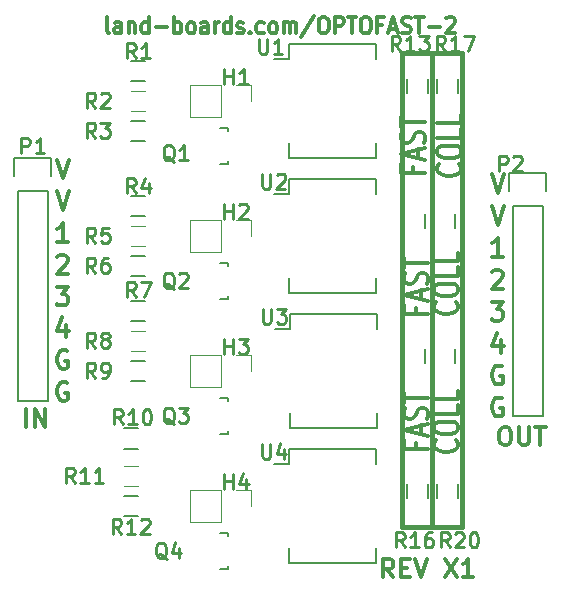
<source format=gbr>
G04 #@! TF.FileFunction,Legend,Top*
%FSLAX46Y46*%
G04 Gerber Fmt 4.6, Leading zero omitted, Abs format (unit mm)*
G04 Created by KiCad (PCBNEW 4.0.5) date 06/09/17 19:56:26*
%MOMM*%
%LPD*%
G01*
G04 APERTURE LIST*
%ADD10C,0.150000*%
%ADD11C,0.381000*%
%ADD12C,0.304800*%
%ADD13C,0.120000*%
%ADD14C,0.254000*%
G04 APERTURE END LIST*
D10*
D11*
X37592000Y-3556000D02*
X37592000Y-43688000D01*
X35052000Y-43688000D02*
X35052000Y-3556000D01*
X40132000Y-43688000D02*
X35052000Y-43688000D01*
X40132000Y-3556000D02*
X40132000Y-43688000D01*
X35052000Y-3556000D02*
X40132000Y-3556000D01*
D12*
X39841714Y-12990285D02*
X39938476Y-13062856D01*
X40035238Y-13280570D01*
X40035238Y-13425713D01*
X39938476Y-13643428D01*
X39744952Y-13788570D01*
X39551429Y-13861142D01*
X39164381Y-13933713D01*
X38874095Y-13933713D01*
X38487048Y-13861142D01*
X38293524Y-13788570D01*
X38100000Y-13643428D01*
X38003238Y-13425713D01*
X38003238Y-13280570D01*
X38100000Y-13062856D01*
X38196762Y-12990285D01*
X38003238Y-12046856D02*
X38003238Y-11756570D01*
X38100000Y-11611428D01*
X38293524Y-11466285D01*
X38680571Y-11393713D01*
X39357905Y-11393713D01*
X39744952Y-11466285D01*
X39938476Y-11611428D01*
X40035238Y-11756570D01*
X40035238Y-12046856D01*
X39938476Y-12191999D01*
X39744952Y-12337142D01*
X39357905Y-12409713D01*
X38680571Y-12409713D01*
X38293524Y-12337142D01*
X38100000Y-12191999D01*
X38003238Y-12046856D01*
X40035238Y-10014857D02*
X40035238Y-10740571D01*
X38003238Y-10740571D01*
X40035238Y-8781143D02*
X40035238Y-9506857D01*
X38003238Y-9506857D01*
X39587714Y-24674285D02*
X39684476Y-24746856D01*
X39781238Y-24964570D01*
X39781238Y-25109713D01*
X39684476Y-25327428D01*
X39490952Y-25472570D01*
X39297429Y-25545142D01*
X38910381Y-25617713D01*
X38620095Y-25617713D01*
X38233048Y-25545142D01*
X38039524Y-25472570D01*
X37846000Y-25327428D01*
X37749238Y-25109713D01*
X37749238Y-24964570D01*
X37846000Y-24746856D01*
X37942762Y-24674285D01*
X37749238Y-23730856D02*
X37749238Y-23440570D01*
X37846000Y-23295428D01*
X38039524Y-23150285D01*
X38426571Y-23077713D01*
X39103905Y-23077713D01*
X39490952Y-23150285D01*
X39684476Y-23295428D01*
X39781238Y-23440570D01*
X39781238Y-23730856D01*
X39684476Y-23875999D01*
X39490952Y-24021142D01*
X39103905Y-24093713D01*
X38426571Y-24093713D01*
X38039524Y-24021142D01*
X37846000Y-23875999D01*
X37749238Y-23730856D01*
X39781238Y-21698857D02*
X39781238Y-22424571D01*
X37749238Y-22424571D01*
X39781238Y-20465143D02*
X39781238Y-21190857D01*
X37749238Y-21190857D01*
X39587714Y-36358285D02*
X39684476Y-36430856D01*
X39781238Y-36648570D01*
X39781238Y-36793713D01*
X39684476Y-37011428D01*
X39490952Y-37156570D01*
X39297429Y-37229142D01*
X38910381Y-37301713D01*
X38620095Y-37301713D01*
X38233048Y-37229142D01*
X38039524Y-37156570D01*
X37846000Y-37011428D01*
X37749238Y-36793713D01*
X37749238Y-36648570D01*
X37846000Y-36430856D01*
X37942762Y-36358285D01*
X37749238Y-35414856D02*
X37749238Y-35124570D01*
X37846000Y-34979428D01*
X38039524Y-34834285D01*
X38426571Y-34761713D01*
X39103905Y-34761713D01*
X39490952Y-34834285D01*
X39684476Y-34979428D01*
X39781238Y-35124570D01*
X39781238Y-35414856D01*
X39684476Y-35559999D01*
X39490952Y-35705142D01*
X39103905Y-35777713D01*
X38426571Y-35777713D01*
X38039524Y-35705142D01*
X37846000Y-35559999D01*
X37749238Y-35414856D01*
X39781238Y-33382857D02*
X39781238Y-34108571D01*
X37749238Y-34108571D01*
X39781238Y-32149143D02*
X39781238Y-32874857D01*
X37749238Y-32874857D01*
X35922857Y-13171715D02*
X35922857Y-13679715D01*
X36987238Y-13679715D02*
X34955238Y-13679715D01*
X34955238Y-12954001D01*
X36406667Y-12446000D02*
X36406667Y-11720286D01*
X36987238Y-12591143D02*
X34955238Y-12083143D01*
X36987238Y-11575143D01*
X36890476Y-11139714D02*
X36987238Y-10922000D01*
X36987238Y-10559143D01*
X36890476Y-10414000D01*
X36793714Y-10341429D01*
X36600190Y-10268857D01*
X36406667Y-10268857D01*
X36213143Y-10341429D01*
X36116381Y-10414000D01*
X36019619Y-10559143D01*
X35922857Y-10849429D01*
X35826095Y-10994571D01*
X35729333Y-11067143D01*
X35535810Y-11139714D01*
X35342286Y-11139714D01*
X35148762Y-11067143D01*
X35052000Y-10994571D01*
X34955238Y-10849429D01*
X34955238Y-10486571D01*
X35052000Y-10268857D01*
X34955238Y-9833428D02*
X34955238Y-8962571D01*
X36987238Y-9398000D02*
X34955238Y-9398000D01*
X36176857Y-36539715D02*
X36176857Y-37047715D01*
X37241238Y-37047715D02*
X35209238Y-37047715D01*
X35209238Y-36322001D01*
X36660667Y-35814000D02*
X36660667Y-35088286D01*
X37241238Y-35959143D02*
X35209238Y-35451143D01*
X37241238Y-34943143D01*
X37144476Y-34507714D02*
X37241238Y-34290000D01*
X37241238Y-33927143D01*
X37144476Y-33782000D01*
X37047714Y-33709429D01*
X36854190Y-33636857D01*
X36660667Y-33636857D01*
X36467143Y-33709429D01*
X36370381Y-33782000D01*
X36273619Y-33927143D01*
X36176857Y-34217429D01*
X36080095Y-34362571D01*
X35983333Y-34435143D01*
X35789810Y-34507714D01*
X35596286Y-34507714D01*
X35402762Y-34435143D01*
X35306000Y-34362571D01*
X35209238Y-34217429D01*
X35209238Y-33854571D01*
X35306000Y-33636857D01*
X35209238Y-33201428D02*
X35209238Y-32330571D01*
X37241238Y-32766000D02*
X35209238Y-32766000D01*
X36176857Y-25109715D02*
X36176857Y-25617715D01*
X37241238Y-25617715D02*
X35209238Y-25617715D01*
X35209238Y-24892001D01*
X36660667Y-24384000D02*
X36660667Y-23658286D01*
X37241238Y-24529143D02*
X35209238Y-24021143D01*
X37241238Y-23513143D01*
X37144476Y-23077714D02*
X37241238Y-22860000D01*
X37241238Y-22497143D01*
X37144476Y-22352000D01*
X37047714Y-22279429D01*
X36854190Y-22206857D01*
X36660667Y-22206857D01*
X36467143Y-22279429D01*
X36370381Y-22352000D01*
X36273619Y-22497143D01*
X36176857Y-22787429D01*
X36080095Y-22932571D01*
X35983333Y-23005143D01*
X35789810Y-23077714D01*
X35596286Y-23077714D01*
X35402762Y-23005143D01*
X35306000Y-22932571D01*
X35209238Y-22787429D01*
X35209238Y-22424571D01*
X35306000Y-22206857D01*
X35209238Y-21771428D02*
X35209238Y-20900571D01*
X37241238Y-21336000D02*
X35209238Y-21336000D01*
X43628001Y-35243429D02*
X43918287Y-35243429D01*
X44063429Y-35316000D01*
X44208572Y-35461143D01*
X44281144Y-35751429D01*
X44281144Y-36259429D01*
X44208572Y-36549714D01*
X44063429Y-36694857D01*
X43918287Y-36767429D01*
X43628001Y-36767429D01*
X43482858Y-36694857D01*
X43337715Y-36549714D01*
X43265144Y-36259429D01*
X43265144Y-35751429D01*
X43337715Y-35461143D01*
X43482858Y-35316000D01*
X43628001Y-35243429D01*
X44934286Y-35243429D02*
X44934286Y-36477143D01*
X45006858Y-36622286D01*
X45079429Y-36694857D01*
X45224572Y-36767429D01*
X45514858Y-36767429D01*
X45660000Y-36694857D01*
X45732572Y-36622286D01*
X45805143Y-36477143D01*
X45805143Y-35243429D01*
X46313143Y-35243429D02*
X47184000Y-35243429D01*
X46748571Y-36767429D02*
X46748571Y-35243429D01*
X3205715Y-35243429D02*
X3205715Y-33719429D01*
X3931429Y-35243429D02*
X3931429Y-33719429D01*
X4802286Y-35243429D01*
X4802286Y-33719429D01*
X42612000Y-13795850D02*
X43120000Y-15396050D01*
X43628000Y-13795850D01*
X42612000Y-16500950D02*
X43120000Y-18101150D01*
X43628000Y-16500950D01*
X43555429Y-20806250D02*
X42684572Y-20806250D01*
X43120000Y-20806250D02*
X43120000Y-19206050D01*
X42974857Y-19434650D01*
X42829715Y-19587050D01*
X42684572Y-19663250D01*
X42684572Y-22063550D02*
X42757143Y-21987350D01*
X42902286Y-21911150D01*
X43265143Y-21911150D01*
X43410286Y-21987350D01*
X43482857Y-22063550D01*
X43555429Y-22215950D01*
X43555429Y-22368350D01*
X43482857Y-22596950D01*
X42612000Y-23511350D01*
X43555429Y-23511350D01*
X42612000Y-24616250D02*
X43555429Y-24616250D01*
X43047429Y-25225850D01*
X43265143Y-25225850D01*
X43410286Y-25302050D01*
X43482857Y-25378250D01*
X43555429Y-25530650D01*
X43555429Y-25911650D01*
X43482857Y-26064050D01*
X43410286Y-26140250D01*
X43265143Y-26216450D01*
X42829715Y-26216450D01*
X42684572Y-26140250D01*
X42612000Y-26064050D01*
X43410286Y-27854750D02*
X43410286Y-28921550D01*
X43047429Y-27245150D02*
X42684572Y-28388150D01*
X43628000Y-28388150D01*
X43519143Y-30102650D02*
X43374000Y-30026450D01*
X43156286Y-30026450D01*
X42938571Y-30102650D01*
X42793429Y-30255050D01*
X42720857Y-30407450D01*
X42648286Y-30712250D01*
X42648286Y-30940850D01*
X42720857Y-31245650D01*
X42793429Y-31398050D01*
X42938571Y-31550450D01*
X43156286Y-31626650D01*
X43301429Y-31626650D01*
X43519143Y-31550450D01*
X43591714Y-31474250D01*
X43591714Y-30940850D01*
X43301429Y-30940850D01*
X43519143Y-32807750D02*
X43374000Y-32731550D01*
X43156286Y-32731550D01*
X42938571Y-32807750D01*
X42793429Y-32960150D01*
X42720857Y-33112550D01*
X42648286Y-33417350D01*
X42648286Y-33645950D01*
X42720857Y-33950750D01*
X42793429Y-34103150D01*
X42938571Y-34255550D01*
X43156286Y-34331750D01*
X43301429Y-34331750D01*
X43519143Y-34255550D01*
X43591714Y-34179350D01*
X43591714Y-33645950D01*
X43301429Y-33645950D01*
X5782000Y-12599480D02*
X6290000Y-14186980D01*
X6798000Y-12599480D01*
X5782000Y-15285530D02*
X6290000Y-16873030D01*
X6798000Y-15285530D01*
X6725429Y-19559080D02*
X5854572Y-19559080D01*
X6290000Y-19559080D02*
X6290000Y-17971580D01*
X6144857Y-18198365D01*
X5999715Y-18349556D01*
X5854572Y-18425151D01*
X5854572Y-20808820D02*
X5927143Y-20733225D01*
X6072286Y-20657630D01*
X6435143Y-20657630D01*
X6580286Y-20733225D01*
X6652857Y-20808820D01*
X6725429Y-20960011D01*
X6725429Y-21111201D01*
X6652857Y-21337987D01*
X5782000Y-22245130D01*
X6725429Y-22245130D01*
X5782000Y-23343680D02*
X6725429Y-23343680D01*
X6217429Y-23948442D01*
X6435143Y-23948442D01*
X6580286Y-24024037D01*
X6652857Y-24099632D01*
X6725429Y-24250823D01*
X6725429Y-24628799D01*
X6652857Y-24779989D01*
X6580286Y-24855585D01*
X6435143Y-24931180D01*
X5999715Y-24931180D01*
X5854572Y-24855585D01*
X5782000Y-24779989D01*
X6580286Y-26558896D02*
X6580286Y-27617230D01*
X6217429Y-25954135D02*
X5854572Y-27088063D01*
X6798000Y-27088063D01*
X6689143Y-28791375D02*
X6544000Y-28715780D01*
X6326286Y-28715780D01*
X6108571Y-28791375D01*
X5963429Y-28942565D01*
X5890857Y-29093756D01*
X5818286Y-29396137D01*
X5818286Y-29622923D01*
X5890857Y-29925304D01*
X5963429Y-30076494D01*
X6108571Y-30227685D01*
X6326286Y-30303280D01*
X6471429Y-30303280D01*
X6689143Y-30227685D01*
X6761714Y-30152089D01*
X6761714Y-29622923D01*
X6471429Y-29622923D01*
X6689143Y-31477425D02*
X6544000Y-31401830D01*
X6326286Y-31401830D01*
X6108571Y-31477425D01*
X5963429Y-31628615D01*
X5890857Y-31779806D01*
X5818286Y-32082187D01*
X5818286Y-32308973D01*
X5890857Y-32611354D01*
X5963429Y-32762544D01*
X6108571Y-32913735D01*
X6326286Y-32989330D01*
X6471429Y-32989330D01*
X6689143Y-32913735D01*
X6761714Y-32838139D01*
X6761714Y-32308973D01*
X6471429Y-32308973D01*
X10250715Y-1901976D02*
X10129762Y-1835452D01*
X10069286Y-1702405D01*
X10069286Y-504976D01*
X11278810Y-1901976D02*
X11278810Y-1170214D01*
X11218333Y-1037167D01*
X11097381Y-970643D01*
X10855476Y-970643D01*
X10734524Y-1037167D01*
X11278810Y-1835452D02*
X11157857Y-1901976D01*
X10855476Y-1901976D01*
X10734524Y-1835452D01*
X10674048Y-1702405D01*
X10674048Y-1569357D01*
X10734524Y-1436310D01*
X10855476Y-1369786D01*
X11157857Y-1369786D01*
X11278810Y-1303262D01*
X11883572Y-970643D02*
X11883572Y-1901976D01*
X11883572Y-1103690D02*
X11944048Y-1037167D01*
X12065001Y-970643D01*
X12246429Y-970643D01*
X12367381Y-1037167D01*
X12427858Y-1170214D01*
X12427858Y-1901976D01*
X13576906Y-1901976D02*
X13576906Y-504976D01*
X13576906Y-1835452D02*
X13455953Y-1901976D01*
X13214049Y-1901976D01*
X13093096Y-1835452D01*
X13032620Y-1768929D01*
X12972144Y-1635881D01*
X12972144Y-1236738D01*
X13032620Y-1103690D01*
X13093096Y-1037167D01*
X13214049Y-970643D01*
X13455953Y-970643D01*
X13576906Y-1037167D01*
X14181668Y-1369786D02*
X15149287Y-1369786D01*
X15754049Y-1901976D02*
X15754049Y-504976D01*
X15754049Y-1037167D02*
X15875001Y-970643D01*
X16116906Y-970643D01*
X16237858Y-1037167D01*
X16298335Y-1103690D01*
X16358811Y-1236738D01*
X16358811Y-1635881D01*
X16298335Y-1768929D01*
X16237858Y-1835452D01*
X16116906Y-1901976D01*
X15875001Y-1901976D01*
X15754049Y-1835452D01*
X17084526Y-1901976D02*
X16963573Y-1835452D01*
X16903097Y-1768929D01*
X16842621Y-1635881D01*
X16842621Y-1236738D01*
X16903097Y-1103690D01*
X16963573Y-1037167D01*
X17084526Y-970643D01*
X17265954Y-970643D01*
X17386906Y-1037167D01*
X17447383Y-1103690D01*
X17507859Y-1236738D01*
X17507859Y-1635881D01*
X17447383Y-1768929D01*
X17386906Y-1835452D01*
X17265954Y-1901976D01*
X17084526Y-1901976D01*
X18596431Y-1901976D02*
X18596431Y-1170214D01*
X18535954Y-1037167D01*
X18415002Y-970643D01*
X18173097Y-970643D01*
X18052145Y-1037167D01*
X18596431Y-1835452D02*
X18475478Y-1901976D01*
X18173097Y-1901976D01*
X18052145Y-1835452D01*
X17991669Y-1702405D01*
X17991669Y-1569357D01*
X18052145Y-1436310D01*
X18173097Y-1369786D01*
X18475478Y-1369786D01*
X18596431Y-1303262D01*
X19201193Y-1901976D02*
X19201193Y-970643D01*
X19201193Y-1236738D02*
X19261669Y-1103690D01*
X19322145Y-1037167D01*
X19443098Y-970643D01*
X19564050Y-970643D01*
X20531669Y-1901976D02*
X20531669Y-504976D01*
X20531669Y-1835452D02*
X20410716Y-1901976D01*
X20168812Y-1901976D01*
X20047859Y-1835452D01*
X19987383Y-1768929D01*
X19926907Y-1635881D01*
X19926907Y-1236738D01*
X19987383Y-1103690D01*
X20047859Y-1037167D01*
X20168812Y-970643D01*
X20410716Y-970643D01*
X20531669Y-1037167D01*
X21075955Y-1835452D02*
X21196907Y-1901976D01*
X21438812Y-1901976D01*
X21559764Y-1835452D01*
X21620240Y-1702405D01*
X21620240Y-1635881D01*
X21559764Y-1502833D01*
X21438812Y-1436310D01*
X21257383Y-1436310D01*
X21136431Y-1369786D01*
X21075955Y-1236738D01*
X21075955Y-1170214D01*
X21136431Y-1037167D01*
X21257383Y-970643D01*
X21438812Y-970643D01*
X21559764Y-1037167D01*
X22164526Y-1768929D02*
X22225002Y-1835452D01*
X22164526Y-1901976D01*
X22104050Y-1835452D01*
X22164526Y-1768929D01*
X22164526Y-1901976D01*
X23313574Y-1835452D02*
X23192621Y-1901976D01*
X22950717Y-1901976D01*
X22829764Y-1835452D01*
X22769288Y-1768929D01*
X22708812Y-1635881D01*
X22708812Y-1236738D01*
X22769288Y-1103690D01*
X22829764Y-1037167D01*
X22950717Y-970643D01*
X23192621Y-970643D01*
X23313574Y-1037167D01*
X24039288Y-1901976D02*
X23918335Y-1835452D01*
X23857859Y-1768929D01*
X23797383Y-1635881D01*
X23797383Y-1236738D01*
X23857859Y-1103690D01*
X23918335Y-1037167D01*
X24039288Y-970643D01*
X24220716Y-970643D01*
X24341668Y-1037167D01*
X24402145Y-1103690D01*
X24462621Y-1236738D01*
X24462621Y-1635881D01*
X24402145Y-1768929D01*
X24341668Y-1835452D01*
X24220716Y-1901976D01*
X24039288Y-1901976D01*
X25006907Y-1901976D02*
X25006907Y-970643D01*
X25006907Y-1103690D02*
X25067383Y-1037167D01*
X25188336Y-970643D01*
X25369764Y-970643D01*
X25490716Y-1037167D01*
X25551193Y-1170214D01*
X25551193Y-1901976D01*
X25551193Y-1170214D02*
X25611669Y-1037167D01*
X25732621Y-970643D01*
X25914050Y-970643D01*
X26035002Y-1037167D01*
X26095478Y-1170214D01*
X26095478Y-1901976D01*
X27607383Y-438452D02*
X26518811Y-2234595D01*
X28272621Y-504976D02*
X28514525Y-504976D01*
X28635478Y-571500D01*
X28756430Y-704548D01*
X28816906Y-970643D01*
X28816906Y-1436310D01*
X28756430Y-1702405D01*
X28635478Y-1835452D01*
X28514525Y-1901976D01*
X28272621Y-1901976D01*
X28151668Y-1835452D01*
X28030716Y-1702405D01*
X27970240Y-1436310D01*
X27970240Y-970643D01*
X28030716Y-704548D01*
X28151668Y-571500D01*
X28272621Y-504976D01*
X29361192Y-1901976D02*
X29361192Y-504976D01*
X29845001Y-504976D01*
X29965954Y-571500D01*
X30026430Y-638024D01*
X30086906Y-771071D01*
X30086906Y-970643D01*
X30026430Y-1103690D01*
X29965954Y-1170214D01*
X29845001Y-1236738D01*
X29361192Y-1236738D01*
X30449763Y-504976D02*
X31175478Y-504976D01*
X30812621Y-1901976D02*
X30812621Y-504976D01*
X31840716Y-504976D02*
X32082620Y-504976D01*
X32203573Y-571500D01*
X32324525Y-704548D01*
X32385001Y-970643D01*
X32385001Y-1436310D01*
X32324525Y-1702405D01*
X32203573Y-1835452D01*
X32082620Y-1901976D01*
X31840716Y-1901976D01*
X31719763Y-1835452D01*
X31598811Y-1702405D01*
X31538335Y-1436310D01*
X31538335Y-970643D01*
X31598811Y-704548D01*
X31719763Y-571500D01*
X31840716Y-504976D01*
X33352620Y-1170214D02*
X32929287Y-1170214D01*
X32929287Y-1901976D02*
X32929287Y-504976D01*
X33534049Y-504976D01*
X33957382Y-1502833D02*
X34562144Y-1502833D01*
X33836429Y-1901976D02*
X34259763Y-504976D01*
X34683096Y-1901976D01*
X35045953Y-1835452D02*
X35227381Y-1901976D01*
X35529762Y-1901976D01*
X35650715Y-1835452D01*
X35711191Y-1768929D01*
X35771667Y-1635881D01*
X35771667Y-1502833D01*
X35711191Y-1369786D01*
X35650715Y-1303262D01*
X35529762Y-1236738D01*
X35287858Y-1170214D01*
X35166905Y-1103690D01*
X35106429Y-1037167D01*
X35045953Y-904119D01*
X35045953Y-771071D01*
X35106429Y-638024D01*
X35166905Y-571500D01*
X35287858Y-504976D01*
X35590238Y-504976D01*
X35771667Y-571500D01*
X36134524Y-504976D02*
X36860239Y-504976D01*
X36497382Y-1901976D02*
X36497382Y-504976D01*
X37283572Y-1369786D02*
X38251191Y-1369786D01*
X38795477Y-638024D02*
X38855953Y-571500D01*
X38976905Y-504976D01*
X39279286Y-504976D01*
X39400239Y-571500D01*
X39460715Y-638024D01*
X39521191Y-771071D01*
X39521191Y-904119D01*
X39460715Y-1103690D01*
X38735001Y-1901976D01*
X39521191Y-1901976D01*
X34308142Y-47933429D02*
X33800142Y-47207714D01*
X33437285Y-47933429D02*
X33437285Y-46409429D01*
X34017857Y-46409429D01*
X34162999Y-46482000D01*
X34235571Y-46554571D01*
X34308142Y-46699714D01*
X34308142Y-46917429D01*
X34235571Y-47062571D01*
X34162999Y-47135143D01*
X34017857Y-47207714D01*
X33437285Y-47207714D01*
X34961285Y-47135143D02*
X35469285Y-47135143D01*
X35686999Y-47933429D02*
X34961285Y-47933429D01*
X34961285Y-46409429D01*
X35686999Y-46409429D01*
X36122428Y-46409429D02*
X36630428Y-47933429D01*
X37138428Y-46409429D01*
X38662428Y-46409429D02*
X39678428Y-47933429D01*
X39678428Y-46409429D02*
X38662428Y-47933429D01*
X41057286Y-47933429D02*
X40186429Y-47933429D01*
X40621857Y-47933429D02*
X40621857Y-46409429D01*
X40476714Y-46627143D01*
X40331572Y-46772286D01*
X40186429Y-46844857D01*
D10*
X13300000Y-5955000D02*
X12100000Y-5955000D01*
X12100000Y-4205000D02*
X13300000Y-4205000D01*
X39737000Y-5750000D02*
X39737000Y-6950000D01*
X37987000Y-6950000D02*
X37987000Y-5750000D01*
X13300000Y-17385000D02*
X12100000Y-17385000D01*
X12100000Y-15635000D02*
X13300000Y-15635000D01*
X39483000Y-17180000D02*
X39483000Y-18380000D01*
X37733000Y-18380000D02*
X37733000Y-17180000D01*
X13300000Y-26275000D02*
X12100000Y-26275000D01*
X12100000Y-24525000D02*
X13300000Y-24525000D01*
X39483000Y-28610000D02*
X39483000Y-29810000D01*
X37733000Y-29810000D02*
X37733000Y-28610000D01*
X12665000Y-37070000D02*
X11465000Y-37070000D01*
X11465000Y-35320000D02*
X12665000Y-35320000D01*
X39737000Y-40040000D02*
X39737000Y-41240000D01*
X37987000Y-41240000D02*
X37987000Y-40040000D01*
X25475000Y-2795000D02*
X25475000Y-4065000D01*
X32825000Y-2795000D02*
X32825000Y-4065000D01*
X32825000Y-12465000D02*
X32825000Y-11195000D01*
X25475000Y-12465000D02*
X25475000Y-11195000D01*
X25475000Y-2795000D02*
X32825000Y-2795000D01*
X25475000Y-12465000D02*
X32825000Y-12465000D01*
X25475000Y-4065000D02*
X24190000Y-4065000D01*
X25475000Y-14225000D02*
X25475000Y-15495000D01*
X32825000Y-14225000D02*
X32825000Y-15495000D01*
X32825000Y-23895000D02*
X32825000Y-22625000D01*
X25475000Y-23895000D02*
X25475000Y-22625000D01*
X25475000Y-14225000D02*
X32825000Y-14225000D01*
X25475000Y-23895000D02*
X32825000Y-23895000D01*
X25475000Y-15495000D02*
X24190000Y-15495000D01*
X25535000Y-25645000D02*
X25535000Y-26915000D01*
X32885000Y-25645000D02*
X32885000Y-26915000D01*
X32885000Y-35315000D02*
X32885000Y-34045000D01*
X25535000Y-35315000D02*
X25535000Y-34045000D01*
X25535000Y-25645000D02*
X32885000Y-25645000D01*
X25535000Y-35315000D02*
X32885000Y-35315000D01*
X25535000Y-26915000D02*
X24250000Y-26915000D01*
X25475000Y-37085000D02*
X25475000Y-38355000D01*
X32825000Y-37085000D02*
X32825000Y-38355000D01*
X32825000Y-46755000D02*
X32825000Y-45485000D01*
X25475000Y-46755000D02*
X25475000Y-45485000D01*
X25475000Y-37085000D02*
X32825000Y-37085000D01*
X25475000Y-46755000D02*
X32825000Y-46755000D01*
X25475000Y-38355000D02*
X24190000Y-38355000D01*
X19634200Y-9930180D02*
X20335240Y-9930180D01*
X20335240Y-9930180D02*
X20335240Y-10179100D01*
X20335240Y-12729160D02*
X20335240Y-12929820D01*
X20335240Y-12929820D02*
X19634200Y-12929820D01*
X19634200Y-21360180D02*
X20335240Y-21360180D01*
X20335240Y-21360180D02*
X20335240Y-21609100D01*
X20335240Y-24159160D02*
X20335240Y-24359820D01*
X20335240Y-24359820D02*
X19634200Y-24359820D01*
X19634200Y-32790180D02*
X20335240Y-32790180D01*
X20335240Y-32790180D02*
X20335240Y-33039100D01*
X20335240Y-35589160D02*
X20335240Y-35789820D01*
X20335240Y-35789820D02*
X19634200Y-35789820D01*
X19634200Y-44220180D02*
X20335240Y-44220180D01*
X20335240Y-44220180D02*
X20335240Y-44469100D01*
X20335240Y-47019160D02*
X20335240Y-47219820D01*
X20335240Y-47219820D02*
X19634200Y-47219820D01*
X5020000Y-15250000D02*
X5020000Y-33030000D01*
X5020000Y-33030000D02*
X2480000Y-33030000D01*
X2480000Y-33030000D02*
X2480000Y-15250000D01*
X5300000Y-12430000D02*
X5300000Y-13980000D01*
X5020000Y-15250000D02*
X2480000Y-15250000D01*
X2200000Y-13980000D02*
X2200000Y-12430000D01*
X2200000Y-12430000D02*
X5300000Y-12430000D01*
X46930000Y-16520000D02*
X46930000Y-34300000D01*
X46930000Y-34300000D02*
X44390000Y-34300000D01*
X44390000Y-34300000D02*
X44390000Y-16520000D01*
X47210000Y-13700000D02*
X47210000Y-15250000D01*
X46930000Y-16520000D02*
X44390000Y-16520000D01*
X44110000Y-15250000D02*
X44110000Y-13700000D01*
X44110000Y-13700000D02*
X47210000Y-13700000D01*
X35447000Y-6950000D02*
X35447000Y-5750000D01*
X37197000Y-5750000D02*
X37197000Y-6950000D01*
X35193000Y-18380000D02*
X35193000Y-17180000D01*
X36943000Y-17180000D02*
X36943000Y-18380000D01*
X35193000Y-29810000D02*
X35193000Y-28610000D01*
X36943000Y-28610000D02*
X36943000Y-29810000D01*
X35447000Y-41240000D02*
X35447000Y-40040000D01*
X37197000Y-40040000D02*
X37197000Y-41240000D01*
X13300000Y-11035000D02*
X12100000Y-11035000D01*
X12100000Y-9285000D02*
X13300000Y-9285000D01*
X13300000Y-22465000D02*
X12100000Y-22465000D01*
X12100000Y-20715000D02*
X13300000Y-20715000D01*
X13300000Y-31355000D02*
X12100000Y-31355000D01*
X12100000Y-29605000D02*
X13300000Y-29605000D01*
X12665000Y-42785000D02*
X11465000Y-42785000D01*
X11465000Y-41035000D02*
X12665000Y-41035000D01*
D13*
X19685000Y-6290000D02*
X17085000Y-6290000D01*
X17085000Y-6290000D02*
X17085000Y-8950000D01*
X17085000Y-8950000D02*
X19685000Y-8950000D01*
X19685000Y-8950000D02*
X19685000Y-6290000D01*
X20955000Y-6290000D02*
X22285000Y-6290000D01*
X22285000Y-6290000D02*
X22285000Y-7620000D01*
X19685000Y-17720000D02*
X17085000Y-17720000D01*
X17085000Y-17720000D02*
X17085000Y-20380000D01*
X17085000Y-20380000D02*
X19685000Y-20380000D01*
X19685000Y-20380000D02*
X19685000Y-17720000D01*
X20955000Y-17720000D02*
X22285000Y-17720000D01*
X22285000Y-17720000D02*
X22285000Y-19050000D01*
X19685000Y-29150000D02*
X17085000Y-29150000D01*
X17085000Y-29150000D02*
X17085000Y-31810000D01*
X17085000Y-31810000D02*
X19685000Y-31810000D01*
X19685000Y-31810000D02*
X19685000Y-29150000D01*
X20955000Y-29150000D02*
X22285000Y-29150000D01*
X22285000Y-29150000D02*
X22285000Y-30480000D01*
X19685000Y-40580000D02*
X17085000Y-40580000D01*
X17085000Y-40580000D02*
X17085000Y-43240000D01*
X17085000Y-43240000D02*
X19685000Y-43240000D01*
X19685000Y-43240000D02*
X19685000Y-40580000D01*
X20955000Y-40580000D02*
X22285000Y-40580000D01*
X22285000Y-40580000D02*
X22285000Y-41910000D01*
X13300000Y-8500000D02*
X12100000Y-8500000D01*
X12100000Y-6740000D02*
X13300000Y-6740000D01*
X13300000Y-19930000D02*
X12100000Y-19930000D01*
X12100000Y-18170000D02*
X13300000Y-18170000D01*
X13300000Y-28820000D02*
X12100000Y-28820000D01*
X12100000Y-27060000D02*
X13300000Y-27060000D01*
X12665000Y-40250000D02*
X11465000Y-40250000D01*
X11465000Y-38490000D02*
X12665000Y-38490000D01*
D14*
X12488333Y-4003524D02*
X12065000Y-3398762D01*
X11762619Y-4003524D02*
X11762619Y-2733524D01*
X12246428Y-2733524D01*
X12367381Y-2794000D01*
X12427857Y-2854476D01*
X12488333Y-2975429D01*
X12488333Y-3156857D01*
X12427857Y-3277810D01*
X12367381Y-3338286D01*
X12246428Y-3398762D01*
X11762619Y-3398762D01*
X13697857Y-4003524D02*
X12972143Y-4003524D01*
X13335000Y-4003524D02*
X13335000Y-2733524D01*
X13214048Y-2914952D01*
X13093095Y-3035905D01*
X12972143Y-3096381D01*
X38680571Y-3368524D02*
X38257238Y-2763762D01*
X37954857Y-3368524D02*
X37954857Y-2098524D01*
X38438666Y-2098524D01*
X38559619Y-2159000D01*
X38620095Y-2219476D01*
X38680571Y-2340429D01*
X38680571Y-2521857D01*
X38620095Y-2642810D01*
X38559619Y-2703286D01*
X38438666Y-2763762D01*
X37954857Y-2763762D01*
X39890095Y-3368524D02*
X39164381Y-3368524D01*
X39527238Y-3368524D02*
X39527238Y-2098524D01*
X39406286Y-2279952D01*
X39285333Y-2400905D01*
X39164381Y-2461381D01*
X40313429Y-2098524D02*
X41160095Y-2098524D01*
X40615810Y-3368524D01*
X12488333Y-15433524D02*
X12065000Y-14828762D01*
X11762619Y-15433524D02*
X11762619Y-14163524D01*
X12246428Y-14163524D01*
X12367381Y-14224000D01*
X12427857Y-14284476D01*
X12488333Y-14405429D01*
X12488333Y-14586857D01*
X12427857Y-14707810D01*
X12367381Y-14768286D01*
X12246428Y-14828762D01*
X11762619Y-14828762D01*
X13576905Y-14586857D02*
X13576905Y-15433524D01*
X13274524Y-14103048D02*
X12972143Y-15010190D01*
X13758333Y-15010190D01*
X12488333Y-24196524D02*
X12065000Y-23591762D01*
X11762619Y-24196524D02*
X11762619Y-22926524D01*
X12246428Y-22926524D01*
X12367381Y-22987000D01*
X12427857Y-23047476D01*
X12488333Y-23168429D01*
X12488333Y-23349857D01*
X12427857Y-23470810D01*
X12367381Y-23531286D01*
X12246428Y-23591762D01*
X11762619Y-23591762D01*
X12911667Y-22926524D02*
X13758333Y-22926524D01*
X13214048Y-24196524D01*
X11375571Y-34991524D02*
X10952238Y-34386762D01*
X10649857Y-34991524D02*
X10649857Y-33721524D01*
X11133666Y-33721524D01*
X11254619Y-33782000D01*
X11315095Y-33842476D01*
X11375571Y-33963429D01*
X11375571Y-34144857D01*
X11315095Y-34265810D01*
X11254619Y-34326286D01*
X11133666Y-34386762D01*
X10649857Y-34386762D01*
X12585095Y-34991524D02*
X11859381Y-34991524D01*
X12222238Y-34991524D02*
X12222238Y-33721524D01*
X12101286Y-33902952D01*
X11980333Y-34023905D01*
X11859381Y-34084381D01*
X13371286Y-33721524D02*
X13492238Y-33721524D01*
X13613190Y-33782000D01*
X13673667Y-33842476D01*
X13734143Y-33963429D01*
X13794619Y-34205333D01*
X13794619Y-34507714D01*
X13734143Y-34749619D01*
X13673667Y-34870571D01*
X13613190Y-34931048D01*
X13492238Y-34991524D01*
X13371286Y-34991524D01*
X13250333Y-34931048D01*
X13189857Y-34870571D01*
X13129381Y-34749619D01*
X13068905Y-34507714D01*
X13068905Y-34205333D01*
X13129381Y-33963429D01*
X13189857Y-33842476D01*
X13250333Y-33782000D01*
X13371286Y-33721524D01*
X39061571Y-45405524D02*
X38638238Y-44800762D01*
X38335857Y-45405524D02*
X38335857Y-44135524D01*
X38819666Y-44135524D01*
X38940619Y-44196000D01*
X39001095Y-44256476D01*
X39061571Y-44377429D01*
X39061571Y-44558857D01*
X39001095Y-44679810D01*
X38940619Y-44740286D01*
X38819666Y-44800762D01*
X38335857Y-44800762D01*
X39545381Y-44256476D02*
X39605857Y-44196000D01*
X39726809Y-44135524D01*
X40029190Y-44135524D01*
X40150143Y-44196000D01*
X40210619Y-44256476D01*
X40271095Y-44377429D01*
X40271095Y-44498381D01*
X40210619Y-44679810D01*
X39484905Y-45405524D01*
X40271095Y-45405524D01*
X41057286Y-44135524D02*
X41178238Y-44135524D01*
X41299190Y-44196000D01*
X41359667Y-44256476D01*
X41420143Y-44377429D01*
X41480619Y-44619333D01*
X41480619Y-44921714D01*
X41420143Y-45163619D01*
X41359667Y-45284571D01*
X41299190Y-45345048D01*
X41178238Y-45405524D01*
X41057286Y-45405524D01*
X40936333Y-45345048D01*
X40875857Y-45284571D01*
X40815381Y-45163619D01*
X40754905Y-44921714D01*
X40754905Y-44619333D01*
X40815381Y-44377429D01*
X40875857Y-44256476D01*
X40936333Y-44196000D01*
X41057286Y-44135524D01*
X22908381Y-2352524D02*
X22908381Y-3380619D01*
X22968857Y-3501571D01*
X23029333Y-3562048D01*
X23150286Y-3622524D01*
X23392190Y-3622524D01*
X23513143Y-3562048D01*
X23573619Y-3501571D01*
X23634095Y-3380619D01*
X23634095Y-2352524D01*
X24904095Y-3622524D02*
X24178381Y-3622524D01*
X24541238Y-3622524D02*
X24541238Y-2352524D01*
X24420286Y-2533952D01*
X24299333Y-2654905D01*
X24178381Y-2715381D01*
X23162381Y-13782524D02*
X23162381Y-14810619D01*
X23222857Y-14931571D01*
X23283333Y-14992048D01*
X23404286Y-15052524D01*
X23646190Y-15052524D01*
X23767143Y-14992048D01*
X23827619Y-14931571D01*
X23888095Y-14810619D01*
X23888095Y-13782524D01*
X24432381Y-13903476D02*
X24492857Y-13843000D01*
X24613809Y-13782524D01*
X24916190Y-13782524D01*
X25037143Y-13843000D01*
X25097619Y-13903476D01*
X25158095Y-14024429D01*
X25158095Y-14145381D01*
X25097619Y-14326810D01*
X24371905Y-15052524D01*
X25158095Y-15052524D01*
X23222381Y-25202524D02*
X23222381Y-26230619D01*
X23282857Y-26351571D01*
X23343333Y-26412048D01*
X23464286Y-26472524D01*
X23706190Y-26472524D01*
X23827143Y-26412048D01*
X23887619Y-26351571D01*
X23948095Y-26230619D01*
X23948095Y-25202524D01*
X24431905Y-25202524D02*
X25218095Y-25202524D01*
X24794762Y-25686333D01*
X24976190Y-25686333D01*
X25097143Y-25746810D01*
X25157619Y-25807286D01*
X25218095Y-25928238D01*
X25218095Y-26230619D01*
X25157619Y-26351571D01*
X25097143Y-26412048D01*
X24976190Y-26472524D01*
X24613333Y-26472524D01*
X24492381Y-26412048D01*
X24431905Y-26351571D01*
X23162381Y-36642524D02*
X23162381Y-37670619D01*
X23222857Y-37791571D01*
X23283333Y-37852048D01*
X23404286Y-37912524D01*
X23646190Y-37912524D01*
X23767143Y-37852048D01*
X23827619Y-37791571D01*
X23888095Y-37670619D01*
X23888095Y-36642524D01*
X25037143Y-37065857D02*
X25037143Y-37912524D01*
X24734762Y-36582048D02*
X24432381Y-37489190D01*
X25218571Y-37489190D01*
X15754048Y-12760476D02*
X15633095Y-12700000D01*
X15512143Y-12579048D01*
X15330714Y-12397619D01*
X15209762Y-12337143D01*
X15088810Y-12337143D01*
X15149286Y-12639524D02*
X15028333Y-12579048D01*
X14907381Y-12458095D01*
X14846905Y-12216190D01*
X14846905Y-11792857D01*
X14907381Y-11550952D01*
X15028333Y-11430000D01*
X15149286Y-11369524D01*
X15391190Y-11369524D01*
X15512143Y-11430000D01*
X15633095Y-11550952D01*
X15693571Y-11792857D01*
X15693571Y-12216190D01*
X15633095Y-12458095D01*
X15512143Y-12579048D01*
X15391190Y-12639524D01*
X15149286Y-12639524D01*
X16903095Y-12639524D02*
X16177381Y-12639524D01*
X16540238Y-12639524D02*
X16540238Y-11369524D01*
X16419286Y-11550952D01*
X16298333Y-11671905D01*
X16177381Y-11732381D01*
X15754048Y-23555476D02*
X15633095Y-23495000D01*
X15512143Y-23374048D01*
X15330714Y-23192619D01*
X15209762Y-23132143D01*
X15088810Y-23132143D01*
X15149286Y-23434524D02*
X15028333Y-23374048D01*
X14907381Y-23253095D01*
X14846905Y-23011190D01*
X14846905Y-22587857D01*
X14907381Y-22345952D01*
X15028333Y-22225000D01*
X15149286Y-22164524D01*
X15391190Y-22164524D01*
X15512143Y-22225000D01*
X15633095Y-22345952D01*
X15693571Y-22587857D01*
X15693571Y-23011190D01*
X15633095Y-23253095D01*
X15512143Y-23374048D01*
X15391190Y-23434524D01*
X15149286Y-23434524D01*
X16177381Y-22285476D02*
X16237857Y-22225000D01*
X16358809Y-22164524D01*
X16661190Y-22164524D01*
X16782143Y-22225000D01*
X16842619Y-22285476D01*
X16903095Y-22406429D01*
X16903095Y-22527381D01*
X16842619Y-22708810D01*
X16116905Y-23434524D01*
X16903095Y-23434524D01*
X15754048Y-34985476D02*
X15633095Y-34925000D01*
X15512143Y-34804048D01*
X15330714Y-34622619D01*
X15209762Y-34562143D01*
X15088810Y-34562143D01*
X15149286Y-34864524D02*
X15028333Y-34804048D01*
X14907381Y-34683095D01*
X14846905Y-34441190D01*
X14846905Y-34017857D01*
X14907381Y-33775952D01*
X15028333Y-33655000D01*
X15149286Y-33594524D01*
X15391190Y-33594524D01*
X15512143Y-33655000D01*
X15633095Y-33775952D01*
X15693571Y-34017857D01*
X15693571Y-34441190D01*
X15633095Y-34683095D01*
X15512143Y-34804048D01*
X15391190Y-34864524D01*
X15149286Y-34864524D01*
X16116905Y-33594524D02*
X16903095Y-33594524D01*
X16479762Y-34078333D01*
X16661190Y-34078333D01*
X16782143Y-34138810D01*
X16842619Y-34199286D01*
X16903095Y-34320238D01*
X16903095Y-34622619D01*
X16842619Y-34743571D01*
X16782143Y-34804048D01*
X16661190Y-34864524D01*
X16298333Y-34864524D01*
X16177381Y-34804048D01*
X16116905Y-34743571D01*
X15119048Y-46415476D02*
X14998095Y-46355000D01*
X14877143Y-46234048D01*
X14695714Y-46052619D01*
X14574762Y-45992143D01*
X14453810Y-45992143D01*
X14514286Y-46294524D02*
X14393333Y-46234048D01*
X14272381Y-46113095D01*
X14211905Y-45871190D01*
X14211905Y-45447857D01*
X14272381Y-45205952D01*
X14393333Y-45085000D01*
X14514286Y-45024524D01*
X14756190Y-45024524D01*
X14877143Y-45085000D01*
X14998095Y-45205952D01*
X15058571Y-45447857D01*
X15058571Y-45871190D01*
X14998095Y-46113095D01*
X14877143Y-46234048D01*
X14756190Y-46294524D01*
X14514286Y-46294524D01*
X16147143Y-45447857D02*
X16147143Y-46294524D01*
X15844762Y-44964048D02*
X15542381Y-45871190D01*
X16328571Y-45871190D01*
X2812619Y-12014524D02*
X2812619Y-10744524D01*
X3296428Y-10744524D01*
X3417381Y-10805000D01*
X3477857Y-10865476D01*
X3538333Y-10986429D01*
X3538333Y-11167857D01*
X3477857Y-11288810D01*
X3417381Y-11349286D01*
X3296428Y-11409762D01*
X2812619Y-11409762D01*
X4747857Y-12014524D02*
X4022143Y-12014524D01*
X4385000Y-12014524D02*
X4385000Y-10744524D01*
X4264048Y-10925952D01*
X4143095Y-11046905D01*
X4022143Y-11107381D01*
X43258619Y-13528524D02*
X43258619Y-12258524D01*
X43742428Y-12258524D01*
X43863381Y-12319000D01*
X43923857Y-12379476D01*
X43984333Y-12500429D01*
X43984333Y-12681857D01*
X43923857Y-12802810D01*
X43863381Y-12863286D01*
X43742428Y-12923762D01*
X43258619Y-12923762D01*
X44468143Y-12379476D02*
X44528619Y-12319000D01*
X44649571Y-12258524D01*
X44951952Y-12258524D01*
X45072905Y-12319000D01*
X45133381Y-12379476D01*
X45193857Y-12500429D01*
X45193857Y-12621381D01*
X45133381Y-12802810D01*
X44407667Y-13528524D01*
X45193857Y-13528524D01*
X34870571Y-3368524D02*
X34447238Y-2763762D01*
X34144857Y-3368524D02*
X34144857Y-2098524D01*
X34628666Y-2098524D01*
X34749619Y-2159000D01*
X34810095Y-2219476D01*
X34870571Y-2340429D01*
X34870571Y-2521857D01*
X34810095Y-2642810D01*
X34749619Y-2703286D01*
X34628666Y-2763762D01*
X34144857Y-2763762D01*
X36080095Y-3368524D02*
X35354381Y-3368524D01*
X35717238Y-3368524D02*
X35717238Y-2098524D01*
X35596286Y-2279952D01*
X35475333Y-2400905D01*
X35354381Y-2461381D01*
X36503429Y-2098524D02*
X37289619Y-2098524D01*
X36866286Y-2582333D01*
X37047714Y-2582333D01*
X37168667Y-2642810D01*
X37229143Y-2703286D01*
X37289619Y-2824238D01*
X37289619Y-3126619D01*
X37229143Y-3247571D01*
X37168667Y-3308048D01*
X37047714Y-3368524D01*
X36684857Y-3368524D01*
X36563905Y-3308048D01*
X36503429Y-3247571D01*
X35251571Y-45405524D02*
X34828238Y-44800762D01*
X34525857Y-45405524D02*
X34525857Y-44135524D01*
X35009666Y-44135524D01*
X35130619Y-44196000D01*
X35191095Y-44256476D01*
X35251571Y-44377429D01*
X35251571Y-44558857D01*
X35191095Y-44679810D01*
X35130619Y-44740286D01*
X35009666Y-44800762D01*
X34525857Y-44800762D01*
X36461095Y-45405524D02*
X35735381Y-45405524D01*
X36098238Y-45405524D02*
X36098238Y-44135524D01*
X35977286Y-44316952D01*
X35856333Y-44437905D01*
X35735381Y-44498381D01*
X37549667Y-44135524D02*
X37307762Y-44135524D01*
X37186810Y-44196000D01*
X37126333Y-44256476D01*
X37005381Y-44437905D01*
X36944905Y-44679810D01*
X36944905Y-45163619D01*
X37005381Y-45284571D01*
X37065857Y-45345048D01*
X37186810Y-45405524D01*
X37428714Y-45405524D01*
X37549667Y-45345048D01*
X37610143Y-45284571D01*
X37670619Y-45163619D01*
X37670619Y-44861238D01*
X37610143Y-44740286D01*
X37549667Y-44679810D01*
X37428714Y-44619333D01*
X37186810Y-44619333D01*
X37065857Y-44679810D01*
X37005381Y-44740286D01*
X36944905Y-44861238D01*
X9059333Y-10734524D02*
X8636000Y-10129762D01*
X8333619Y-10734524D02*
X8333619Y-9464524D01*
X8817428Y-9464524D01*
X8938381Y-9525000D01*
X8998857Y-9585476D01*
X9059333Y-9706429D01*
X9059333Y-9887857D01*
X8998857Y-10008810D01*
X8938381Y-10069286D01*
X8817428Y-10129762D01*
X8333619Y-10129762D01*
X9482667Y-9464524D02*
X10268857Y-9464524D01*
X9845524Y-9948333D01*
X10026952Y-9948333D01*
X10147905Y-10008810D01*
X10208381Y-10069286D01*
X10268857Y-10190238D01*
X10268857Y-10492619D01*
X10208381Y-10613571D01*
X10147905Y-10674048D01*
X10026952Y-10734524D01*
X9664095Y-10734524D01*
X9543143Y-10674048D01*
X9482667Y-10613571D01*
X9059333Y-22164524D02*
X8636000Y-21559762D01*
X8333619Y-22164524D02*
X8333619Y-20894524D01*
X8817428Y-20894524D01*
X8938381Y-20955000D01*
X8998857Y-21015476D01*
X9059333Y-21136429D01*
X9059333Y-21317857D01*
X8998857Y-21438810D01*
X8938381Y-21499286D01*
X8817428Y-21559762D01*
X8333619Y-21559762D01*
X10147905Y-20894524D02*
X9906000Y-20894524D01*
X9785048Y-20955000D01*
X9724571Y-21015476D01*
X9603619Y-21196905D01*
X9543143Y-21438810D01*
X9543143Y-21922619D01*
X9603619Y-22043571D01*
X9664095Y-22104048D01*
X9785048Y-22164524D01*
X10026952Y-22164524D01*
X10147905Y-22104048D01*
X10208381Y-22043571D01*
X10268857Y-21922619D01*
X10268857Y-21620238D01*
X10208381Y-21499286D01*
X10147905Y-21438810D01*
X10026952Y-21378333D01*
X9785048Y-21378333D01*
X9664095Y-21438810D01*
X9603619Y-21499286D01*
X9543143Y-21620238D01*
X9059333Y-31054524D02*
X8636000Y-30449762D01*
X8333619Y-31054524D02*
X8333619Y-29784524D01*
X8817428Y-29784524D01*
X8938381Y-29845000D01*
X8998857Y-29905476D01*
X9059333Y-30026429D01*
X9059333Y-30207857D01*
X8998857Y-30328810D01*
X8938381Y-30389286D01*
X8817428Y-30449762D01*
X8333619Y-30449762D01*
X9664095Y-31054524D02*
X9906000Y-31054524D01*
X10026952Y-30994048D01*
X10087428Y-30933571D01*
X10208381Y-30752143D01*
X10268857Y-30510238D01*
X10268857Y-30026429D01*
X10208381Y-29905476D01*
X10147905Y-29845000D01*
X10026952Y-29784524D01*
X9785048Y-29784524D01*
X9664095Y-29845000D01*
X9603619Y-29905476D01*
X9543143Y-30026429D01*
X9543143Y-30328810D01*
X9603619Y-30449762D01*
X9664095Y-30510238D01*
X9785048Y-30570714D01*
X10026952Y-30570714D01*
X10147905Y-30510238D01*
X10208381Y-30449762D01*
X10268857Y-30328810D01*
X11248571Y-44262524D02*
X10825238Y-43657762D01*
X10522857Y-44262524D02*
X10522857Y-42992524D01*
X11006666Y-42992524D01*
X11127619Y-43053000D01*
X11188095Y-43113476D01*
X11248571Y-43234429D01*
X11248571Y-43415857D01*
X11188095Y-43536810D01*
X11127619Y-43597286D01*
X11006666Y-43657762D01*
X10522857Y-43657762D01*
X12458095Y-44262524D02*
X11732381Y-44262524D01*
X12095238Y-44262524D02*
X12095238Y-42992524D01*
X11974286Y-43173952D01*
X11853333Y-43294905D01*
X11732381Y-43355381D01*
X12941905Y-43113476D02*
X13002381Y-43053000D01*
X13123333Y-42992524D01*
X13425714Y-42992524D01*
X13546667Y-43053000D01*
X13607143Y-43113476D01*
X13667619Y-43234429D01*
X13667619Y-43355381D01*
X13607143Y-43536810D01*
X12881429Y-44262524D01*
X13667619Y-44262524D01*
X19987381Y-6162524D02*
X19987381Y-4892524D01*
X19987381Y-5497286D02*
X20713095Y-5497286D01*
X20713095Y-6162524D02*
X20713095Y-4892524D01*
X21983095Y-6162524D02*
X21257381Y-6162524D01*
X21620238Y-6162524D02*
X21620238Y-4892524D01*
X21499286Y-5073952D01*
X21378333Y-5194905D01*
X21257381Y-5255381D01*
X19987381Y-17592524D02*
X19987381Y-16322524D01*
X19987381Y-16927286D02*
X20713095Y-16927286D01*
X20713095Y-17592524D02*
X20713095Y-16322524D01*
X21257381Y-16443476D02*
X21317857Y-16383000D01*
X21438809Y-16322524D01*
X21741190Y-16322524D01*
X21862143Y-16383000D01*
X21922619Y-16443476D01*
X21983095Y-16564429D01*
X21983095Y-16685381D01*
X21922619Y-16866810D01*
X21196905Y-17592524D01*
X21983095Y-17592524D01*
X19987381Y-29022524D02*
X19987381Y-27752524D01*
X19987381Y-28357286D02*
X20713095Y-28357286D01*
X20713095Y-29022524D02*
X20713095Y-27752524D01*
X21196905Y-27752524D02*
X21983095Y-27752524D01*
X21559762Y-28236333D01*
X21741190Y-28236333D01*
X21862143Y-28296810D01*
X21922619Y-28357286D01*
X21983095Y-28478238D01*
X21983095Y-28780619D01*
X21922619Y-28901571D01*
X21862143Y-28962048D01*
X21741190Y-29022524D01*
X21378333Y-29022524D01*
X21257381Y-28962048D01*
X21196905Y-28901571D01*
X19987381Y-40452524D02*
X19987381Y-39182524D01*
X19987381Y-39787286D02*
X20713095Y-39787286D01*
X20713095Y-40452524D02*
X20713095Y-39182524D01*
X21862143Y-39605857D02*
X21862143Y-40452524D01*
X21559762Y-39122048D02*
X21257381Y-40029190D01*
X22043571Y-40029190D01*
X9059333Y-8194524D02*
X8636000Y-7589762D01*
X8333619Y-8194524D02*
X8333619Y-6924524D01*
X8817428Y-6924524D01*
X8938381Y-6985000D01*
X8998857Y-7045476D01*
X9059333Y-7166429D01*
X9059333Y-7347857D01*
X8998857Y-7468810D01*
X8938381Y-7529286D01*
X8817428Y-7589762D01*
X8333619Y-7589762D01*
X9543143Y-7045476D02*
X9603619Y-6985000D01*
X9724571Y-6924524D01*
X10026952Y-6924524D01*
X10147905Y-6985000D01*
X10208381Y-7045476D01*
X10268857Y-7166429D01*
X10268857Y-7287381D01*
X10208381Y-7468810D01*
X9482667Y-8194524D01*
X10268857Y-8194524D01*
X9059333Y-19624524D02*
X8636000Y-19019762D01*
X8333619Y-19624524D02*
X8333619Y-18354524D01*
X8817428Y-18354524D01*
X8938381Y-18415000D01*
X8998857Y-18475476D01*
X9059333Y-18596429D01*
X9059333Y-18777857D01*
X8998857Y-18898810D01*
X8938381Y-18959286D01*
X8817428Y-19019762D01*
X8333619Y-19019762D01*
X10208381Y-18354524D02*
X9603619Y-18354524D01*
X9543143Y-18959286D01*
X9603619Y-18898810D01*
X9724571Y-18838333D01*
X10026952Y-18838333D01*
X10147905Y-18898810D01*
X10208381Y-18959286D01*
X10268857Y-19080238D01*
X10268857Y-19382619D01*
X10208381Y-19503571D01*
X10147905Y-19564048D01*
X10026952Y-19624524D01*
X9724571Y-19624524D01*
X9603619Y-19564048D01*
X9543143Y-19503571D01*
X9059333Y-28514524D02*
X8636000Y-27909762D01*
X8333619Y-28514524D02*
X8333619Y-27244524D01*
X8817428Y-27244524D01*
X8938381Y-27305000D01*
X8998857Y-27365476D01*
X9059333Y-27486429D01*
X9059333Y-27667857D01*
X8998857Y-27788810D01*
X8938381Y-27849286D01*
X8817428Y-27909762D01*
X8333619Y-27909762D01*
X9785048Y-27788810D02*
X9664095Y-27728333D01*
X9603619Y-27667857D01*
X9543143Y-27546905D01*
X9543143Y-27486429D01*
X9603619Y-27365476D01*
X9664095Y-27305000D01*
X9785048Y-27244524D01*
X10026952Y-27244524D01*
X10147905Y-27305000D01*
X10208381Y-27365476D01*
X10268857Y-27486429D01*
X10268857Y-27546905D01*
X10208381Y-27667857D01*
X10147905Y-27728333D01*
X10026952Y-27788810D01*
X9785048Y-27788810D01*
X9664095Y-27849286D01*
X9603619Y-27909762D01*
X9543143Y-28030714D01*
X9543143Y-28272619D01*
X9603619Y-28393571D01*
X9664095Y-28454048D01*
X9785048Y-28514524D01*
X10026952Y-28514524D01*
X10147905Y-28454048D01*
X10208381Y-28393571D01*
X10268857Y-28272619D01*
X10268857Y-28030714D01*
X10208381Y-27909762D01*
X10147905Y-27849286D01*
X10026952Y-27788810D01*
X7311571Y-39944524D02*
X6888238Y-39339762D01*
X6585857Y-39944524D02*
X6585857Y-38674524D01*
X7069666Y-38674524D01*
X7190619Y-38735000D01*
X7251095Y-38795476D01*
X7311571Y-38916429D01*
X7311571Y-39097857D01*
X7251095Y-39218810D01*
X7190619Y-39279286D01*
X7069666Y-39339762D01*
X6585857Y-39339762D01*
X8521095Y-39944524D02*
X7795381Y-39944524D01*
X8158238Y-39944524D02*
X8158238Y-38674524D01*
X8037286Y-38855952D01*
X7916333Y-38976905D01*
X7795381Y-39037381D01*
X9730619Y-39944524D02*
X9004905Y-39944524D01*
X9367762Y-39944524D02*
X9367762Y-38674524D01*
X9246810Y-38855952D01*
X9125857Y-38976905D01*
X9004905Y-39037381D01*
M02*

</source>
